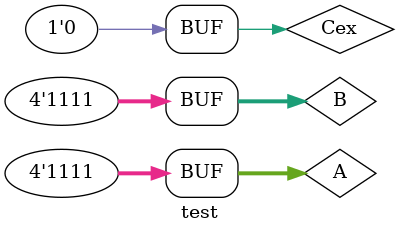
<source format=v>
module test;

	// Inputs
	reg [3:0] A;reg [3:0] B;reg Cex;
	// Outputs
	wire [3:0] S;
	wire CO;

	// Instantiate the Unit Under Test (UUT)
	fulladder_4b uut (
		.A(A), 
		.B(B), 
		.Cex(Cex), 
		.S(S), 
		.CO(CO)
	);
	initial begin
		// Initialize Inputs
		A = 0;B = 0;Cex = 0;

		// Wait 100 ns for global reset to finish
		#100;
        
		// Add stimulus here

			A=4'h0;B=4'h0;Cex=0;
			#10
			A=4'h0;B=4'h0;Cex=1;
			#10
			A=4'h1;B=4'h0;Cex=1;
			#10
			A=4'h1;B=4'h1;Cex=1;
			#10
			A=4'h5;B=4'ha;Cex=1;
			#10
			A=4'ha;B=4'ha;Cex=0;
			#10
			A=4'hf;B=4'ha;Cex=0;
			#10
			A=4'hf;B=4'hf;Cex=0;
	
	end    
endmodule

</source>
